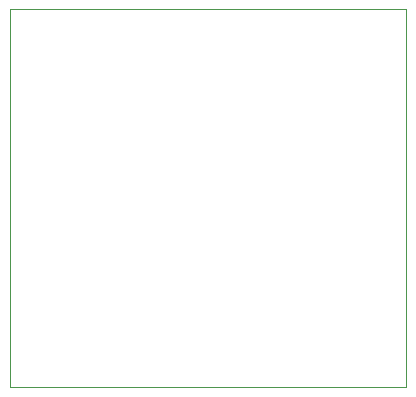
<source format=gbr>
%TF.GenerationSoftware,KiCad,Pcbnew,8.0.8*%
%TF.CreationDate,2025-02-27T22:52:23-05:00*%
%TF.ProjectId,CurrentDriverBoard,43757272-656e-4744-9472-69766572426f,rev?*%
%TF.SameCoordinates,Original*%
%TF.FileFunction,Profile,NP*%
%FSLAX46Y46*%
G04 Gerber Fmt 4.6, Leading zero omitted, Abs format (unit mm)*
G04 Created by KiCad (PCBNEW 8.0.8) date 2025-02-27 22:52:23*
%MOMM*%
%LPD*%
G01*
G04 APERTURE LIST*
%TA.AperFunction,Profile*%
%ADD10C,0.050000*%
%TD*%
G04 APERTURE END LIST*
D10*
X135000000Y-63000000D02*
X168500000Y-63000000D01*
X168500000Y-95000000D01*
X135000000Y-95000000D01*
X135000000Y-63000000D01*
M02*

</source>
